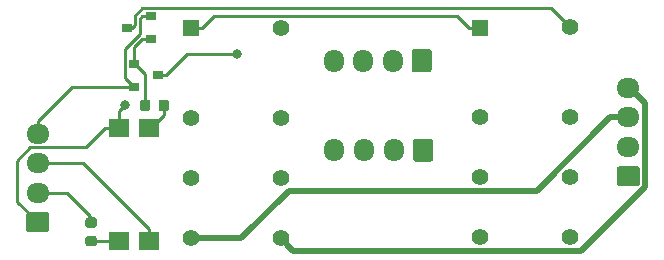
<source format=gbr>
G04 #@! TF.GenerationSoftware,KiCad,Pcbnew,(5.1.2)-2*
G04 #@! TF.CreationDate,2020-12-09T13:32:10+01:00*
G04 #@! TF.ProjectId,Relay-Board,52656c61-792d-4426-9f61-72642e6b6963,rev?*
G04 #@! TF.SameCoordinates,Original*
G04 #@! TF.FileFunction,Copper,L1,Top*
G04 #@! TF.FilePolarity,Positive*
%FSLAX46Y46*%
G04 Gerber Fmt 4.6, Leading zero omitted, Abs format (unit mm)*
G04 Created by KiCad (PCBNEW (5.1.2)-2) date 2020-12-09 13:32:10*
%MOMM*%
%LPD*%
G04 APERTURE LIST*
%ADD10R,1.780000X1.500000*%
%ADD11R,0.900000X0.800000*%
%ADD12C,0.100000*%
%ADD13C,0.875000*%
%ADD14C,1.400000*%
%ADD15R,1.400000X1.400000*%
%ADD16O,1.700000X1.950000*%
%ADD17C,1.700000*%
%ADD18O,1.950000X1.700000*%
%ADD19C,0.800000*%
%ADD20C,0.250000*%
%ADD21C,0.500000*%
G04 APERTURE END LIST*
D10*
X98811080Y-58765480D03*
X101351080Y-68295480D03*
X101351080Y-58765480D03*
X98811080Y-68295480D03*
D11*
X99498400Y-50231000D03*
X101498400Y-49281000D03*
X101498400Y-51181000D03*
X102101400Y-54269600D03*
X100101400Y-55219600D03*
X100101400Y-53319600D03*
D12*
G36*
X102841151Y-56335693D02*
G01*
X102862386Y-56338843D01*
X102883210Y-56344059D01*
X102903422Y-56351291D01*
X102922828Y-56360470D01*
X102941241Y-56371506D01*
X102958484Y-56384294D01*
X102974390Y-56398710D01*
X102988806Y-56414616D01*
X103001594Y-56431859D01*
X103012630Y-56450272D01*
X103021809Y-56469678D01*
X103029041Y-56489890D01*
X103034257Y-56510714D01*
X103037407Y-56531949D01*
X103038460Y-56553390D01*
X103038460Y-57065890D01*
X103037407Y-57087331D01*
X103034257Y-57108566D01*
X103029041Y-57129390D01*
X103021809Y-57149602D01*
X103012630Y-57169008D01*
X103001594Y-57187421D01*
X102988806Y-57204664D01*
X102974390Y-57220570D01*
X102958484Y-57234986D01*
X102941241Y-57247774D01*
X102922828Y-57258810D01*
X102903422Y-57267989D01*
X102883210Y-57275221D01*
X102862386Y-57280437D01*
X102841151Y-57283587D01*
X102819710Y-57284640D01*
X102382210Y-57284640D01*
X102360769Y-57283587D01*
X102339534Y-57280437D01*
X102318710Y-57275221D01*
X102298498Y-57267989D01*
X102279092Y-57258810D01*
X102260679Y-57247774D01*
X102243436Y-57234986D01*
X102227530Y-57220570D01*
X102213114Y-57204664D01*
X102200326Y-57187421D01*
X102189290Y-57169008D01*
X102180111Y-57149602D01*
X102172879Y-57129390D01*
X102167663Y-57108566D01*
X102164513Y-57087331D01*
X102163460Y-57065890D01*
X102163460Y-56553390D01*
X102164513Y-56531949D01*
X102167663Y-56510714D01*
X102172879Y-56489890D01*
X102180111Y-56469678D01*
X102189290Y-56450272D01*
X102200326Y-56431859D01*
X102213114Y-56414616D01*
X102227530Y-56398710D01*
X102243436Y-56384294D01*
X102260679Y-56371506D01*
X102279092Y-56360470D01*
X102298498Y-56351291D01*
X102318710Y-56344059D01*
X102339534Y-56338843D01*
X102360769Y-56335693D01*
X102382210Y-56334640D01*
X102819710Y-56334640D01*
X102841151Y-56335693D01*
X102841151Y-56335693D01*
G37*
D13*
X102600960Y-56809640D03*
D12*
G36*
X101266151Y-56335693D02*
G01*
X101287386Y-56338843D01*
X101308210Y-56344059D01*
X101328422Y-56351291D01*
X101347828Y-56360470D01*
X101366241Y-56371506D01*
X101383484Y-56384294D01*
X101399390Y-56398710D01*
X101413806Y-56414616D01*
X101426594Y-56431859D01*
X101437630Y-56450272D01*
X101446809Y-56469678D01*
X101454041Y-56489890D01*
X101459257Y-56510714D01*
X101462407Y-56531949D01*
X101463460Y-56553390D01*
X101463460Y-57065890D01*
X101462407Y-57087331D01*
X101459257Y-57108566D01*
X101454041Y-57129390D01*
X101446809Y-57149602D01*
X101437630Y-57169008D01*
X101426594Y-57187421D01*
X101413806Y-57204664D01*
X101399390Y-57220570D01*
X101383484Y-57234986D01*
X101366241Y-57247774D01*
X101347828Y-57258810D01*
X101328422Y-57267989D01*
X101308210Y-57275221D01*
X101287386Y-57280437D01*
X101266151Y-57283587D01*
X101244710Y-57284640D01*
X100807210Y-57284640D01*
X100785769Y-57283587D01*
X100764534Y-57280437D01*
X100743710Y-57275221D01*
X100723498Y-57267989D01*
X100704092Y-57258810D01*
X100685679Y-57247774D01*
X100668436Y-57234986D01*
X100652530Y-57220570D01*
X100638114Y-57204664D01*
X100625326Y-57187421D01*
X100614290Y-57169008D01*
X100605111Y-57149602D01*
X100597879Y-57129390D01*
X100592663Y-57108566D01*
X100589513Y-57087331D01*
X100588460Y-57065890D01*
X100588460Y-56553390D01*
X100589513Y-56531949D01*
X100592663Y-56510714D01*
X100597879Y-56489890D01*
X100605111Y-56469678D01*
X100614290Y-56450272D01*
X100625326Y-56431859D01*
X100638114Y-56414616D01*
X100652530Y-56398710D01*
X100668436Y-56384294D01*
X100685679Y-56371506D01*
X100704092Y-56360470D01*
X100723498Y-56351291D01*
X100743710Y-56344059D01*
X100764534Y-56338843D01*
X100785769Y-56335693D01*
X100807210Y-56334640D01*
X101244710Y-56334640D01*
X101266151Y-56335693D01*
X101266151Y-56335693D01*
G37*
D13*
X101025960Y-56809640D03*
D12*
G36*
X96731651Y-67874313D02*
G01*
X96752886Y-67877463D01*
X96773710Y-67882679D01*
X96793922Y-67889911D01*
X96813328Y-67899090D01*
X96831741Y-67910126D01*
X96848984Y-67922914D01*
X96864890Y-67937330D01*
X96879306Y-67953236D01*
X96892094Y-67970479D01*
X96903130Y-67988892D01*
X96912309Y-68008298D01*
X96919541Y-68028510D01*
X96924757Y-68049334D01*
X96927907Y-68070569D01*
X96928960Y-68092010D01*
X96928960Y-68529510D01*
X96927907Y-68550951D01*
X96924757Y-68572186D01*
X96919541Y-68593010D01*
X96912309Y-68613222D01*
X96903130Y-68632628D01*
X96892094Y-68651041D01*
X96879306Y-68668284D01*
X96864890Y-68684190D01*
X96848984Y-68698606D01*
X96831741Y-68711394D01*
X96813328Y-68722430D01*
X96793922Y-68731609D01*
X96773710Y-68738841D01*
X96752886Y-68744057D01*
X96731651Y-68747207D01*
X96710210Y-68748260D01*
X96197710Y-68748260D01*
X96176269Y-68747207D01*
X96155034Y-68744057D01*
X96134210Y-68738841D01*
X96113998Y-68731609D01*
X96094592Y-68722430D01*
X96076179Y-68711394D01*
X96058936Y-68698606D01*
X96043030Y-68684190D01*
X96028614Y-68668284D01*
X96015826Y-68651041D01*
X96004790Y-68632628D01*
X95995611Y-68613222D01*
X95988379Y-68593010D01*
X95983163Y-68572186D01*
X95980013Y-68550951D01*
X95978960Y-68529510D01*
X95978960Y-68092010D01*
X95980013Y-68070569D01*
X95983163Y-68049334D01*
X95988379Y-68028510D01*
X95995611Y-68008298D01*
X96004790Y-67988892D01*
X96015826Y-67970479D01*
X96028614Y-67953236D01*
X96043030Y-67937330D01*
X96058936Y-67922914D01*
X96076179Y-67910126D01*
X96094592Y-67899090D01*
X96113998Y-67889911D01*
X96134210Y-67882679D01*
X96155034Y-67877463D01*
X96176269Y-67874313D01*
X96197710Y-67873260D01*
X96710210Y-67873260D01*
X96731651Y-67874313D01*
X96731651Y-67874313D01*
G37*
D13*
X96453960Y-68310760D03*
D12*
G36*
X96731651Y-66299313D02*
G01*
X96752886Y-66302463D01*
X96773710Y-66307679D01*
X96793922Y-66314911D01*
X96813328Y-66324090D01*
X96831741Y-66335126D01*
X96848984Y-66347914D01*
X96864890Y-66362330D01*
X96879306Y-66378236D01*
X96892094Y-66395479D01*
X96903130Y-66413892D01*
X96912309Y-66433298D01*
X96919541Y-66453510D01*
X96924757Y-66474334D01*
X96927907Y-66495569D01*
X96928960Y-66517010D01*
X96928960Y-66954510D01*
X96927907Y-66975951D01*
X96924757Y-66997186D01*
X96919541Y-67018010D01*
X96912309Y-67038222D01*
X96903130Y-67057628D01*
X96892094Y-67076041D01*
X96879306Y-67093284D01*
X96864890Y-67109190D01*
X96848984Y-67123606D01*
X96831741Y-67136394D01*
X96813328Y-67147430D01*
X96793922Y-67156609D01*
X96773710Y-67163841D01*
X96752886Y-67169057D01*
X96731651Y-67172207D01*
X96710210Y-67173260D01*
X96197710Y-67173260D01*
X96176269Y-67172207D01*
X96155034Y-67169057D01*
X96134210Y-67163841D01*
X96113998Y-67156609D01*
X96094592Y-67147430D01*
X96076179Y-67136394D01*
X96058936Y-67123606D01*
X96043030Y-67109190D01*
X96028614Y-67093284D01*
X96015826Y-67076041D01*
X96004790Y-67057628D01*
X95995611Y-67038222D01*
X95988379Y-67018010D01*
X95983163Y-66997186D01*
X95980013Y-66975951D01*
X95978960Y-66954510D01*
X95978960Y-66517010D01*
X95980013Y-66495569D01*
X95983163Y-66474334D01*
X95988379Y-66453510D01*
X95995611Y-66433298D01*
X96004790Y-66413892D01*
X96015826Y-66395479D01*
X96028614Y-66378236D01*
X96043030Y-66362330D01*
X96058936Y-66347914D01*
X96076179Y-66335126D01*
X96094592Y-66324090D01*
X96113998Y-66314911D01*
X96134210Y-66307679D01*
X96155034Y-66302463D01*
X96176269Y-66299313D01*
X96197710Y-66298260D01*
X96710210Y-66298260D01*
X96731651Y-66299313D01*
X96731651Y-66299313D01*
G37*
D13*
X96453960Y-66735760D03*
D14*
X137007600Y-57810400D03*
X137017600Y-67980400D03*
X137017600Y-62900400D03*
X129387600Y-57810400D03*
X129387600Y-67970400D03*
X129387600Y-62880400D03*
X137007600Y-50190400D03*
D15*
X129387600Y-50290000D03*
D14*
X112522000Y-57912000D03*
X112532000Y-68082000D03*
X112532000Y-63002000D03*
X104902000Y-57912000D03*
X104902000Y-68072000D03*
X104902000Y-62982000D03*
X112522000Y-50292000D03*
D15*
X104902000Y-50290000D03*
D16*
X117061600Y-60604400D03*
X119561600Y-60604400D03*
X122061600Y-60604400D03*
D12*
G36*
X125190994Y-59630603D02*
G01*
X125215253Y-59634202D01*
X125239042Y-59640161D01*
X125262133Y-59648423D01*
X125284302Y-59658908D01*
X125305337Y-59671516D01*
X125325035Y-59686125D01*
X125343206Y-59702594D01*
X125359675Y-59720765D01*
X125374284Y-59740463D01*
X125386892Y-59761498D01*
X125397377Y-59783667D01*
X125405639Y-59806758D01*
X125411598Y-59830547D01*
X125415197Y-59854806D01*
X125416400Y-59879300D01*
X125416400Y-61329500D01*
X125415197Y-61353994D01*
X125411598Y-61378253D01*
X125405639Y-61402042D01*
X125397377Y-61425133D01*
X125386892Y-61447302D01*
X125374284Y-61468337D01*
X125359675Y-61488035D01*
X125343206Y-61506206D01*
X125325035Y-61522675D01*
X125305337Y-61537284D01*
X125284302Y-61549892D01*
X125262133Y-61560377D01*
X125239042Y-61568639D01*
X125215253Y-61574598D01*
X125190994Y-61578197D01*
X125166500Y-61579400D01*
X123966300Y-61579400D01*
X123941806Y-61578197D01*
X123917547Y-61574598D01*
X123893758Y-61568639D01*
X123870667Y-61560377D01*
X123848498Y-61549892D01*
X123827463Y-61537284D01*
X123807765Y-61522675D01*
X123789594Y-61506206D01*
X123773125Y-61488035D01*
X123758516Y-61468337D01*
X123745908Y-61447302D01*
X123735423Y-61425133D01*
X123727161Y-61402042D01*
X123721202Y-61378253D01*
X123717603Y-61353994D01*
X123716400Y-61329500D01*
X123716400Y-59879300D01*
X123717603Y-59854806D01*
X123721202Y-59830547D01*
X123727161Y-59806758D01*
X123735423Y-59783667D01*
X123745908Y-59761498D01*
X123758516Y-59740463D01*
X123773125Y-59720765D01*
X123789594Y-59702594D01*
X123807765Y-59686125D01*
X123827463Y-59671516D01*
X123848498Y-59658908D01*
X123870667Y-59648423D01*
X123893758Y-59640161D01*
X123917547Y-59634202D01*
X123941806Y-59630603D01*
X123966300Y-59629400D01*
X125166500Y-59629400D01*
X125190994Y-59630603D01*
X125190994Y-59630603D01*
G37*
D17*
X124566400Y-60604400D03*
D18*
X141935200Y-55314200D03*
X141935200Y-57814200D03*
X141935200Y-60314200D03*
D12*
G36*
X142684704Y-61965404D02*
G01*
X142708973Y-61969004D01*
X142732771Y-61974965D01*
X142755871Y-61983230D01*
X142778049Y-61993720D01*
X142799093Y-62006333D01*
X142818798Y-62020947D01*
X142836977Y-62037423D01*
X142853453Y-62055602D01*
X142868067Y-62075307D01*
X142880680Y-62096351D01*
X142891170Y-62118529D01*
X142899435Y-62141629D01*
X142905396Y-62165427D01*
X142908996Y-62189696D01*
X142910200Y-62214200D01*
X142910200Y-63414200D01*
X142908996Y-63438704D01*
X142905396Y-63462973D01*
X142899435Y-63486771D01*
X142891170Y-63509871D01*
X142880680Y-63532049D01*
X142868067Y-63553093D01*
X142853453Y-63572798D01*
X142836977Y-63590977D01*
X142818798Y-63607453D01*
X142799093Y-63622067D01*
X142778049Y-63634680D01*
X142755871Y-63645170D01*
X142732771Y-63653435D01*
X142708973Y-63659396D01*
X142684704Y-63662996D01*
X142660200Y-63664200D01*
X141210200Y-63664200D01*
X141185696Y-63662996D01*
X141161427Y-63659396D01*
X141137629Y-63653435D01*
X141114529Y-63645170D01*
X141092351Y-63634680D01*
X141071307Y-63622067D01*
X141051602Y-63607453D01*
X141033423Y-63590977D01*
X141016947Y-63572798D01*
X141002333Y-63553093D01*
X140989720Y-63532049D01*
X140979230Y-63509871D01*
X140970965Y-63486771D01*
X140965004Y-63462973D01*
X140961404Y-63438704D01*
X140960200Y-63414200D01*
X140960200Y-62214200D01*
X140961404Y-62189696D01*
X140965004Y-62165427D01*
X140970965Y-62141629D01*
X140979230Y-62118529D01*
X140989720Y-62096351D01*
X141002333Y-62075307D01*
X141016947Y-62055602D01*
X141033423Y-62037423D01*
X141051602Y-62020947D01*
X141071307Y-62006333D01*
X141092351Y-61993720D01*
X141114529Y-61983230D01*
X141137629Y-61974965D01*
X141161427Y-61969004D01*
X141185696Y-61965404D01*
X141210200Y-61964200D01*
X142660200Y-61964200D01*
X142684704Y-61965404D01*
X142684704Y-61965404D01*
G37*
D17*
X141935200Y-62814200D03*
D16*
X116985400Y-53035200D03*
X119485400Y-53035200D03*
X121985400Y-53035200D03*
D12*
G36*
X125063994Y-52061403D02*
G01*
X125088253Y-52065002D01*
X125112042Y-52070961D01*
X125135133Y-52079223D01*
X125157302Y-52089708D01*
X125178337Y-52102316D01*
X125198035Y-52116925D01*
X125216206Y-52133394D01*
X125232675Y-52151565D01*
X125247284Y-52171263D01*
X125259892Y-52192298D01*
X125270377Y-52214467D01*
X125278639Y-52237558D01*
X125284598Y-52261347D01*
X125288197Y-52285606D01*
X125289400Y-52310100D01*
X125289400Y-53760300D01*
X125288197Y-53784794D01*
X125284598Y-53809053D01*
X125278639Y-53832842D01*
X125270377Y-53855933D01*
X125259892Y-53878102D01*
X125247284Y-53899137D01*
X125232675Y-53918835D01*
X125216206Y-53937006D01*
X125198035Y-53953475D01*
X125178337Y-53968084D01*
X125157302Y-53980692D01*
X125135133Y-53991177D01*
X125112042Y-53999439D01*
X125088253Y-54005398D01*
X125063994Y-54008997D01*
X125039500Y-54010200D01*
X123839300Y-54010200D01*
X123814806Y-54008997D01*
X123790547Y-54005398D01*
X123766758Y-53999439D01*
X123743667Y-53991177D01*
X123721498Y-53980692D01*
X123700463Y-53968084D01*
X123680765Y-53953475D01*
X123662594Y-53937006D01*
X123646125Y-53918835D01*
X123631516Y-53899137D01*
X123618908Y-53878102D01*
X123608423Y-53855933D01*
X123600161Y-53832842D01*
X123594202Y-53809053D01*
X123590603Y-53784794D01*
X123589400Y-53760300D01*
X123589400Y-52310100D01*
X123590603Y-52285606D01*
X123594202Y-52261347D01*
X123600161Y-52237558D01*
X123608423Y-52214467D01*
X123618908Y-52192298D01*
X123631516Y-52171263D01*
X123646125Y-52151565D01*
X123662594Y-52133394D01*
X123680765Y-52116925D01*
X123700463Y-52102316D01*
X123721498Y-52089708D01*
X123743667Y-52079223D01*
X123766758Y-52070961D01*
X123790547Y-52065002D01*
X123814806Y-52061403D01*
X123839300Y-52060200D01*
X125039500Y-52060200D01*
X125063994Y-52061403D01*
X125063994Y-52061403D01*
G37*
D17*
X124439400Y-53035200D03*
D18*
X91922600Y-59200400D03*
X91922600Y-61700400D03*
X91922600Y-64200400D03*
D12*
G36*
X92672104Y-65851604D02*
G01*
X92696373Y-65855204D01*
X92720171Y-65861165D01*
X92743271Y-65869430D01*
X92765449Y-65879920D01*
X92786493Y-65892533D01*
X92806198Y-65907147D01*
X92824377Y-65923623D01*
X92840853Y-65941802D01*
X92855467Y-65961507D01*
X92868080Y-65982551D01*
X92878570Y-66004729D01*
X92886835Y-66027829D01*
X92892796Y-66051627D01*
X92896396Y-66075896D01*
X92897600Y-66100400D01*
X92897600Y-67300400D01*
X92896396Y-67324904D01*
X92892796Y-67349173D01*
X92886835Y-67372971D01*
X92878570Y-67396071D01*
X92868080Y-67418249D01*
X92855467Y-67439293D01*
X92840853Y-67458998D01*
X92824377Y-67477177D01*
X92806198Y-67493653D01*
X92786493Y-67508267D01*
X92765449Y-67520880D01*
X92743271Y-67531370D01*
X92720171Y-67539635D01*
X92696373Y-67545596D01*
X92672104Y-67549196D01*
X92647600Y-67550400D01*
X91197600Y-67550400D01*
X91173096Y-67549196D01*
X91148827Y-67545596D01*
X91125029Y-67539635D01*
X91101929Y-67531370D01*
X91079751Y-67520880D01*
X91058707Y-67508267D01*
X91039002Y-67493653D01*
X91020823Y-67477177D01*
X91004347Y-67458998D01*
X90989733Y-67439293D01*
X90977120Y-67418249D01*
X90966630Y-67396071D01*
X90958365Y-67372971D01*
X90952404Y-67349173D01*
X90948804Y-67324904D01*
X90947600Y-67300400D01*
X90947600Y-66100400D01*
X90948804Y-66075896D01*
X90952404Y-66051627D01*
X90958365Y-66027829D01*
X90966630Y-66004729D01*
X90977120Y-65982551D01*
X90989733Y-65961507D01*
X91004347Y-65941802D01*
X91020823Y-65923623D01*
X91039002Y-65907147D01*
X91058707Y-65892533D01*
X91079751Y-65879920D01*
X91101929Y-65869430D01*
X91125029Y-65861165D01*
X91148827Y-65855204D01*
X91173096Y-65851604D01*
X91197600Y-65850400D01*
X92647600Y-65850400D01*
X92672104Y-65851604D01*
X92672104Y-65851604D01*
G37*
D17*
X91922600Y-66700400D03*
D19*
X108818680Y-52501800D03*
X99344480Y-56774080D03*
D20*
X102801400Y-54269600D02*
X104569200Y-52501800D01*
X102101400Y-54269600D02*
X102801400Y-54269600D01*
X104569200Y-52501800D02*
X105128798Y-52501800D01*
X105128798Y-52501800D02*
X108818680Y-52501800D01*
X136307601Y-49490401D02*
X137007600Y-50190400D01*
X135373199Y-48555999D02*
X136307601Y-49490401D01*
X100788399Y-48555999D02*
X135373199Y-48555999D01*
X100133990Y-49210408D02*
X100788399Y-48555999D01*
X99938880Y-50231000D02*
X100133990Y-50035890D01*
X100133990Y-50035890D02*
X100133990Y-49210408D01*
X99498400Y-50231000D02*
X99938880Y-50231000D01*
X91922600Y-61700400D02*
X92047600Y-61700400D01*
X93147600Y-61700400D02*
X91922600Y-61700400D01*
X95756000Y-61700400D02*
X93147600Y-61700400D01*
X101351080Y-67295480D02*
X95756000Y-61700400D01*
X101351080Y-68295480D02*
X101351080Y-67295480D01*
X91962600Y-64160400D02*
X91922600Y-64200400D01*
X93147600Y-64200400D02*
X91922600Y-64200400D01*
X94374720Y-64200400D02*
X93147600Y-64200400D01*
X96372680Y-66198360D02*
X94374720Y-64200400D01*
X96372680Y-66735860D02*
X96372680Y-66198360D01*
D21*
X113231999Y-68781999D02*
X112532000Y-68082000D01*
X113580401Y-69130401D02*
X113231999Y-68781999D01*
X137933965Y-69130401D02*
X113580401Y-69130401D01*
X143360210Y-63704156D02*
X137933965Y-69130401D01*
X142060200Y-55314200D02*
X143360210Y-56614210D01*
X143360210Y-56614210D02*
X143360210Y-63704156D01*
X141935200Y-55314200D02*
X142060200Y-55314200D01*
X140460200Y-57814200D02*
X141935200Y-57814200D01*
X140401798Y-57814200D02*
X140460200Y-57814200D01*
X134185597Y-64030401D02*
X140401798Y-57814200D01*
X113205601Y-64030401D02*
X134185597Y-64030401D01*
X109164002Y-68072000D02*
X113205601Y-64030401D01*
X104902000Y-68072000D02*
X109164002Y-68072000D01*
D20*
X99136200Y-68224400D02*
X99136200Y-68114400D01*
X98811080Y-68295480D02*
X98671080Y-68295480D01*
X98795700Y-68310860D02*
X98811080Y-68295480D01*
X96372680Y-68310860D02*
X98795700Y-68310860D01*
X101491080Y-58765480D02*
X101351080Y-58765480D01*
X102600960Y-57655600D02*
X101491080Y-58765480D01*
X102600960Y-56809640D02*
X102600960Y-57655600D01*
X105852000Y-50290000D02*
X104902000Y-50290000D01*
X106875001Y-49266999D02*
X105852000Y-50290000D01*
X127414599Y-49266999D02*
X106875001Y-49266999D01*
X128437600Y-50290000D02*
X127414599Y-49266999D01*
X129387600Y-50290000D02*
X128437600Y-50290000D01*
X97671080Y-58765480D02*
X98811080Y-58765480D01*
X96061150Y-60375410D02*
X97671080Y-58765480D01*
X91310895Y-60375410D02*
X96061150Y-60375410D01*
X90205560Y-61480745D02*
X91310895Y-60375410D01*
X90205560Y-64983360D02*
X90205560Y-61480745D01*
X91922600Y-66700400D02*
X90205560Y-64983360D01*
X98811080Y-58765480D02*
X98811080Y-57307480D01*
X98811080Y-57307480D02*
X99344480Y-56774080D01*
X101548400Y-49281000D02*
X101498400Y-49281000D01*
X91922600Y-58100400D02*
X91922600Y-59200400D01*
X94803400Y-55219600D02*
X91922600Y-58100400D01*
X100101400Y-55219600D02*
X94803400Y-55219600D01*
X99326399Y-52016591D02*
X99326399Y-54494599D01*
X100584000Y-50758990D02*
X99326399Y-52016591D01*
X100584000Y-49495400D02*
X100584000Y-50758990D01*
X100051400Y-55219600D02*
X100101400Y-55219600D01*
X100798400Y-49281000D02*
X100584000Y-49495400D01*
X99326399Y-54494599D02*
X100051400Y-55219600D01*
X101498400Y-49281000D02*
X100798400Y-49281000D01*
X100101400Y-52669600D02*
X100101400Y-53319600D01*
X100101400Y-51878000D02*
X100101400Y-52669600D01*
X100798400Y-51181000D02*
X100101400Y-51878000D01*
X101498400Y-51181000D02*
X100798400Y-51181000D01*
X100151400Y-53319600D02*
X100101400Y-53319600D01*
X101025960Y-54194160D02*
X100151400Y-53319600D01*
X101025960Y-56809640D02*
X101025960Y-54194160D01*
M02*

</source>
